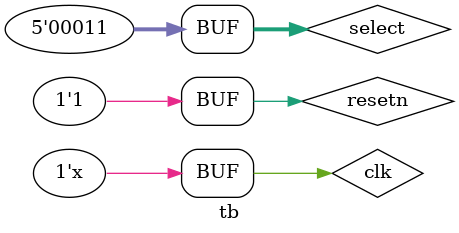
<source format=v>
`timescale 1 ns / 1 ps

module tb(
);
reg clk=0;
reg resetn=0;
reg[4:0] select=0;
wire [15:0]register_value;
 picorv32 uut(
.clk(clk),
.resetn(resetn),
.select(select),
.register_value(register_value));



	always #5 clk = ~clk;

	initial begin
	#100;
	resetn=1;
	#500;
	select=1;
	#10;
	select=2;
    #10;
    select=3;
    #10;
    select=4;
    #10;
    select=5;
    #10;
    select=3;
  

	end

	//wire mem_valid;
	//wire mem_instr;
endmodule


</source>
